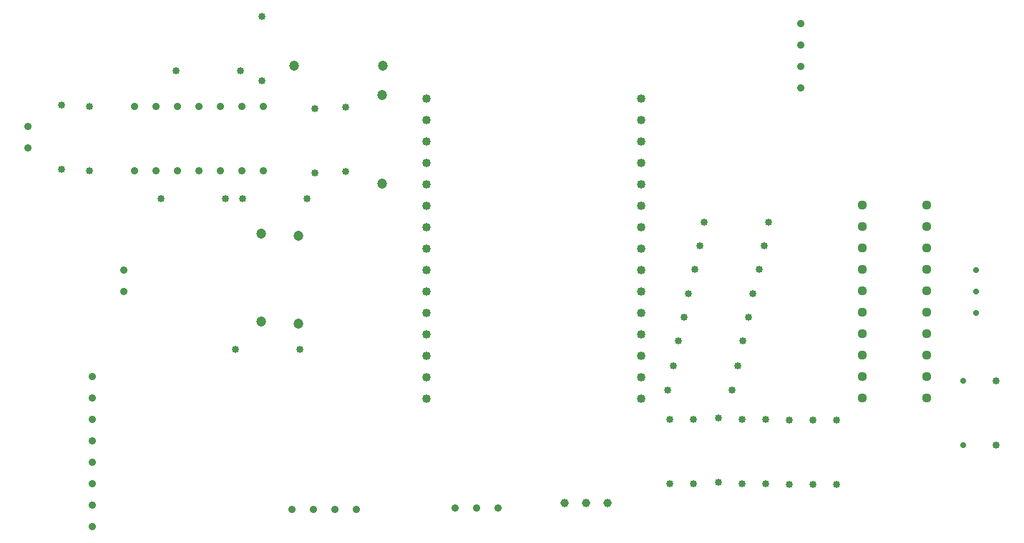
<source format=gbr>
%TF.GenerationSoftware,Altium Limited,Altium Designer,23.11.1 (41)*%
G04 Layer_Color=0*
%FSLAX45Y45*%
%MOMM*%
%TF.SameCoordinates,10814A46-352E-42BD-85D8-3789AA2A08E8*%
%TF.FilePolarity,Positive*%
%TF.FileFunction,Plated,1,2,PTH,Drill*%
%TF.Part,Single*%
G01*
G75*
%TA.AperFunction,ComponentDrill*%
%ADD53C,0.90000*%
%ADD54C,1.20000*%
%ADD55C,1.20000*%
%ADD56C,0.85000*%
%ADD57C,0.85000*%
%ADD58C,1.02000*%
%ADD59C,1.11760*%
%ADD60C,0.70000*%
%ADD61C,1.00000*%
%ADD62C,0.90000*%
D53*
X11976100Y-7797800D02*
D03*
Y-8051800D02*
D03*
Y-8305800D02*
D03*
Y-8559800D02*
D03*
X5613400Y-8775700D02*
D03*
X5359400D02*
D03*
X5105400D02*
D03*
X4851400D02*
D03*
X4597400D02*
D03*
X4343400D02*
D03*
X4089400D02*
D03*
X5613400Y-9537700D02*
D03*
X5359400D02*
D03*
X5105400D02*
D03*
X4851400D02*
D03*
X4597400D02*
D03*
X4343400D02*
D03*
X4089400D02*
D03*
X2832100Y-9017000D02*
D03*
Y-9271000D02*
D03*
X3594100Y-13754100D02*
D03*
Y-13500101D02*
D03*
Y-13246100D02*
D03*
Y-12992101D02*
D03*
Y-12738100D02*
D03*
Y-12484100D02*
D03*
Y-12230100D02*
D03*
Y-11976100D02*
D03*
X3962400Y-10972800D02*
D03*
Y-10718800D02*
D03*
D54*
X5588000Y-11330701D02*
D03*
X6032500Y-11356101D02*
D03*
X7023100Y-9692401D02*
D03*
Y-8646399D02*
D03*
X6032500Y-10310099D02*
D03*
X5588000Y-10284699D02*
D03*
D55*
X7025401Y-8293100D02*
D03*
X5979399D02*
D03*
D56*
X6045200Y-11658600D02*
D03*
X10528300Y-11557000D02*
D03*
X10642600Y-10998200D02*
D03*
X10833100Y-10147300D02*
D03*
X11595100D02*
D03*
X10782300Y-10426700D02*
D03*
X11544300D02*
D03*
X10718800Y-10706100D02*
D03*
X11480800D02*
D03*
X11404600Y-10998200D02*
D03*
X10591800Y-11277600D02*
D03*
X11353800D02*
D03*
X11290300Y-11557000D02*
D03*
X10464800Y-11849100D02*
D03*
X11226800D02*
D03*
X10401300Y-12141200D02*
D03*
X11163300D02*
D03*
X6134100Y-9867900D02*
D03*
X5372100D02*
D03*
X5346700Y-8356600D02*
D03*
X4584700D02*
D03*
X4406900Y-9867900D02*
D03*
X5168900D02*
D03*
X5283200Y-11658600D02*
D03*
D57*
X6591300Y-8788400D02*
D03*
X10998200Y-12471400D02*
D03*
X11557000Y-12484100D02*
D03*
X12395200Y-13258800D02*
D03*
Y-12496800D02*
D03*
X12115800Y-13258800D02*
D03*
Y-12496800D02*
D03*
X11836400Y-13258800D02*
D03*
Y-12496800D02*
D03*
X11557000Y-13246100D02*
D03*
X11277600D02*
D03*
Y-12484100D02*
D03*
X10998200Y-13233400D02*
D03*
X10706100Y-13246100D02*
D03*
Y-12484100D02*
D03*
X10426700Y-13246100D02*
D03*
Y-12484100D02*
D03*
X6591300Y-9550400D02*
D03*
X6223000Y-8801100D02*
D03*
Y-9563100D02*
D03*
X3225800Y-8763000D02*
D03*
Y-9525000D02*
D03*
X3556000Y-9537700D02*
D03*
Y-8775700D02*
D03*
X14287500Y-12788900D02*
D03*
Y-12026900D02*
D03*
X5600700Y-7708900D02*
D03*
Y-8470900D02*
D03*
D58*
X10083800Y-10972800D02*
D03*
X7543800Y-9448800D02*
D03*
X10083800Y-10464800D02*
D03*
X7543800Y-9702800D02*
D03*
Y-8686800D02*
D03*
Y-8940800D02*
D03*
Y-9194800D02*
D03*
Y-9956800D02*
D03*
Y-10210800D02*
D03*
Y-10464800D02*
D03*
Y-10718800D02*
D03*
Y-10972800D02*
D03*
Y-11226800D02*
D03*
Y-11480800D02*
D03*
Y-11734800D02*
D03*
Y-11988800D02*
D03*
Y-12242800D02*
D03*
X10083800Y-8686800D02*
D03*
Y-8940800D02*
D03*
Y-9194800D02*
D03*
Y-9448800D02*
D03*
Y-9702800D02*
D03*
Y-9956800D02*
D03*
Y-10210800D02*
D03*
Y-10718800D02*
D03*
Y-11226800D02*
D03*
Y-11480800D02*
D03*
Y-11734800D02*
D03*
Y-11988800D02*
D03*
Y-12242800D02*
D03*
D59*
X12700000Y-12230100D02*
D03*
Y-11976100D02*
D03*
Y-11722100D02*
D03*
Y-11468100D02*
D03*
Y-11214100D02*
D03*
Y-10960100D02*
D03*
Y-10706100D02*
D03*
Y-10452100D02*
D03*
Y-10198100D02*
D03*
Y-9944100D02*
D03*
X13462000D02*
D03*
Y-10198100D02*
D03*
Y-10452100D02*
D03*
Y-10706100D02*
D03*
Y-10960100D02*
D03*
Y-11214100D02*
D03*
Y-11468100D02*
D03*
Y-11722100D02*
D03*
Y-11976100D02*
D03*
Y-12230100D02*
D03*
D60*
X13893800Y-12026900D02*
D03*
Y-12788900D02*
D03*
X14046201Y-10718800D02*
D03*
Y-10972800D02*
D03*
Y-11226800D02*
D03*
D61*
X9690100Y-13474699D02*
D03*
X9436100D02*
D03*
X9182100D02*
D03*
D62*
X6718300Y-13550900D02*
D03*
X6464300D02*
D03*
X6210300D02*
D03*
X5956300D02*
D03*
X8394700Y-13538200D02*
D03*
X8140700D02*
D03*
X7886700D02*
D03*
%TF.MD5,3dcd60a85f015ba42c76696752c15b58*%
M02*

</source>
